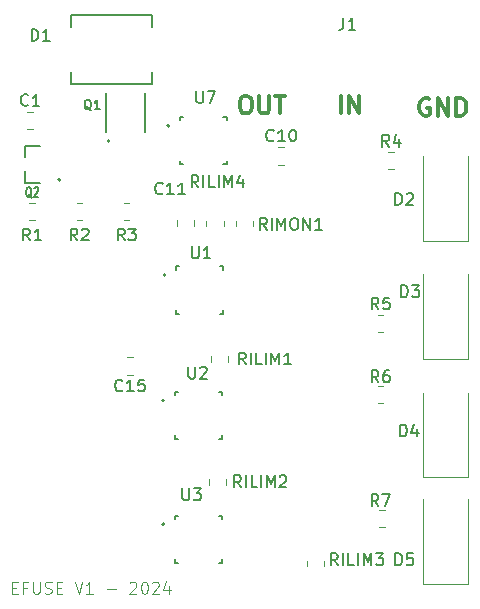
<source format=gbr>
%TF.GenerationSoftware,KiCad,Pcbnew,8.0.6*%
%TF.CreationDate,2024-11-22T22:30:10-05:00*%
%TF.ProjectId,EFUSE2024,45465553-4532-4303-9234-2e6b69636164,rev?*%
%TF.SameCoordinates,Original*%
%TF.FileFunction,Legend,Top*%
%TF.FilePolarity,Positive*%
%FSLAX46Y46*%
G04 Gerber Fmt 4.6, Leading zero omitted, Abs format (unit mm)*
G04 Created by KiCad (PCBNEW 8.0.6) date 2024-11-22 22:30:10*
%MOMM*%
%LPD*%
G01*
G04 APERTURE LIST*
%ADD10C,0.300000*%
%ADD11C,0.125000*%
%ADD12C,0.150000*%
%ADD13C,0.120000*%
%ADD14C,0.127000*%
%ADD15C,0.200000*%
G04 APERTURE END LIST*
D10*
X128140225Y-76972257D02*
X127997368Y-76900828D01*
X127997368Y-76900828D02*
X127783082Y-76900828D01*
X127783082Y-76900828D02*
X127568796Y-76972257D01*
X127568796Y-76972257D02*
X127425939Y-77115114D01*
X127425939Y-77115114D02*
X127354510Y-77257971D01*
X127354510Y-77257971D02*
X127283082Y-77543685D01*
X127283082Y-77543685D02*
X127283082Y-77757971D01*
X127283082Y-77757971D02*
X127354510Y-78043685D01*
X127354510Y-78043685D02*
X127425939Y-78186542D01*
X127425939Y-78186542D02*
X127568796Y-78329400D01*
X127568796Y-78329400D02*
X127783082Y-78400828D01*
X127783082Y-78400828D02*
X127925939Y-78400828D01*
X127925939Y-78400828D02*
X128140225Y-78329400D01*
X128140225Y-78329400D02*
X128211653Y-78257971D01*
X128211653Y-78257971D02*
X128211653Y-77757971D01*
X128211653Y-77757971D02*
X127925939Y-77757971D01*
X128854510Y-78400828D02*
X128854510Y-76900828D01*
X128854510Y-76900828D02*
X129711653Y-78400828D01*
X129711653Y-78400828D02*
X129711653Y-76900828D01*
X130425939Y-78400828D02*
X130425939Y-76900828D01*
X130425939Y-76900828D02*
X130783082Y-76900828D01*
X130783082Y-76900828D02*
X130997368Y-76972257D01*
X130997368Y-76972257D02*
X131140225Y-77115114D01*
X131140225Y-77115114D02*
X131211654Y-77257971D01*
X131211654Y-77257971D02*
X131283082Y-77543685D01*
X131283082Y-77543685D02*
X131283082Y-77757971D01*
X131283082Y-77757971D02*
X131211654Y-78043685D01*
X131211654Y-78043685D02*
X131140225Y-78186542D01*
X131140225Y-78186542D02*
X130997368Y-78329400D01*
X130997368Y-78329400D02*
X130783082Y-78400828D01*
X130783082Y-78400828D02*
X130425939Y-78400828D01*
X120654510Y-78200828D02*
X120654510Y-76700828D01*
X121368796Y-78200828D02*
X121368796Y-76700828D01*
X121368796Y-76700828D02*
X122225939Y-78200828D01*
X122225939Y-78200828D02*
X122225939Y-76700828D01*
D11*
X92820331Y-118347309D02*
X93153664Y-118347309D01*
X93296521Y-118871119D02*
X92820331Y-118871119D01*
X92820331Y-118871119D02*
X92820331Y-117871119D01*
X92820331Y-117871119D02*
X93296521Y-117871119D01*
X94058426Y-118347309D02*
X93725093Y-118347309D01*
X93725093Y-118871119D02*
X93725093Y-117871119D01*
X93725093Y-117871119D02*
X94201283Y-117871119D01*
X94582236Y-117871119D02*
X94582236Y-118680642D01*
X94582236Y-118680642D02*
X94629855Y-118775880D01*
X94629855Y-118775880D02*
X94677474Y-118823500D01*
X94677474Y-118823500D02*
X94772712Y-118871119D01*
X94772712Y-118871119D02*
X94963188Y-118871119D01*
X94963188Y-118871119D02*
X95058426Y-118823500D01*
X95058426Y-118823500D02*
X95106045Y-118775880D01*
X95106045Y-118775880D02*
X95153664Y-118680642D01*
X95153664Y-118680642D02*
X95153664Y-117871119D01*
X95582236Y-118823500D02*
X95725093Y-118871119D01*
X95725093Y-118871119D02*
X95963188Y-118871119D01*
X95963188Y-118871119D02*
X96058426Y-118823500D01*
X96058426Y-118823500D02*
X96106045Y-118775880D01*
X96106045Y-118775880D02*
X96153664Y-118680642D01*
X96153664Y-118680642D02*
X96153664Y-118585404D01*
X96153664Y-118585404D02*
X96106045Y-118490166D01*
X96106045Y-118490166D02*
X96058426Y-118442547D01*
X96058426Y-118442547D02*
X95963188Y-118394928D01*
X95963188Y-118394928D02*
X95772712Y-118347309D01*
X95772712Y-118347309D02*
X95677474Y-118299690D01*
X95677474Y-118299690D02*
X95629855Y-118252071D01*
X95629855Y-118252071D02*
X95582236Y-118156833D01*
X95582236Y-118156833D02*
X95582236Y-118061595D01*
X95582236Y-118061595D02*
X95629855Y-117966357D01*
X95629855Y-117966357D02*
X95677474Y-117918738D01*
X95677474Y-117918738D02*
X95772712Y-117871119D01*
X95772712Y-117871119D02*
X96010807Y-117871119D01*
X96010807Y-117871119D02*
X96153664Y-117918738D01*
X96582236Y-118347309D02*
X96915569Y-118347309D01*
X97058426Y-118871119D02*
X96582236Y-118871119D01*
X96582236Y-118871119D02*
X96582236Y-117871119D01*
X96582236Y-117871119D02*
X97058426Y-117871119D01*
X98106046Y-117871119D02*
X98439379Y-118871119D01*
X98439379Y-118871119D02*
X98772712Y-117871119D01*
X99629855Y-118871119D02*
X99058427Y-118871119D01*
X99344141Y-118871119D02*
X99344141Y-117871119D01*
X99344141Y-117871119D02*
X99248903Y-118013976D01*
X99248903Y-118013976D02*
X99153665Y-118109214D01*
X99153665Y-118109214D02*
X99058427Y-118156833D01*
X100820332Y-118490166D02*
X101582237Y-118490166D01*
X102772713Y-117966357D02*
X102820332Y-117918738D01*
X102820332Y-117918738D02*
X102915570Y-117871119D01*
X102915570Y-117871119D02*
X103153665Y-117871119D01*
X103153665Y-117871119D02*
X103248903Y-117918738D01*
X103248903Y-117918738D02*
X103296522Y-117966357D01*
X103296522Y-117966357D02*
X103344141Y-118061595D01*
X103344141Y-118061595D02*
X103344141Y-118156833D01*
X103344141Y-118156833D02*
X103296522Y-118299690D01*
X103296522Y-118299690D02*
X102725094Y-118871119D01*
X102725094Y-118871119D02*
X103344141Y-118871119D01*
X103963189Y-117871119D02*
X104058427Y-117871119D01*
X104058427Y-117871119D02*
X104153665Y-117918738D01*
X104153665Y-117918738D02*
X104201284Y-117966357D01*
X104201284Y-117966357D02*
X104248903Y-118061595D01*
X104248903Y-118061595D02*
X104296522Y-118252071D01*
X104296522Y-118252071D02*
X104296522Y-118490166D01*
X104296522Y-118490166D02*
X104248903Y-118680642D01*
X104248903Y-118680642D02*
X104201284Y-118775880D01*
X104201284Y-118775880D02*
X104153665Y-118823500D01*
X104153665Y-118823500D02*
X104058427Y-118871119D01*
X104058427Y-118871119D02*
X103963189Y-118871119D01*
X103963189Y-118871119D02*
X103867951Y-118823500D01*
X103867951Y-118823500D02*
X103820332Y-118775880D01*
X103820332Y-118775880D02*
X103772713Y-118680642D01*
X103772713Y-118680642D02*
X103725094Y-118490166D01*
X103725094Y-118490166D02*
X103725094Y-118252071D01*
X103725094Y-118252071D02*
X103772713Y-118061595D01*
X103772713Y-118061595D02*
X103820332Y-117966357D01*
X103820332Y-117966357D02*
X103867951Y-117918738D01*
X103867951Y-117918738D02*
X103963189Y-117871119D01*
X104677475Y-117966357D02*
X104725094Y-117918738D01*
X104725094Y-117918738D02*
X104820332Y-117871119D01*
X104820332Y-117871119D02*
X105058427Y-117871119D01*
X105058427Y-117871119D02*
X105153665Y-117918738D01*
X105153665Y-117918738D02*
X105201284Y-117966357D01*
X105201284Y-117966357D02*
X105248903Y-118061595D01*
X105248903Y-118061595D02*
X105248903Y-118156833D01*
X105248903Y-118156833D02*
X105201284Y-118299690D01*
X105201284Y-118299690D02*
X104629856Y-118871119D01*
X104629856Y-118871119D02*
X105248903Y-118871119D01*
X106106046Y-118204452D02*
X106106046Y-118871119D01*
X105867951Y-117823500D02*
X105629856Y-118537785D01*
X105629856Y-118537785D02*
X106248903Y-118537785D01*
D10*
X112440225Y-76700828D02*
X112725939Y-76700828D01*
X112725939Y-76700828D02*
X112868796Y-76772257D01*
X112868796Y-76772257D02*
X113011653Y-76915114D01*
X113011653Y-76915114D02*
X113083082Y-77200828D01*
X113083082Y-77200828D02*
X113083082Y-77700828D01*
X113083082Y-77700828D02*
X113011653Y-77986542D01*
X113011653Y-77986542D02*
X112868796Y-78129400D01*
X112868796Y-78129400D02*
X112725939Y-78200828D01*
X112725939Y-78200828D02*
X112440225Y-78200828D01*
X112440225Y-78200828D02*
X112297368Y-78129400D01*
X112297368Y-78129400D02*
X112154510Y-77986542D01*
X112154510Y-77986542D02*
X112083082Y-77700828D01*
X112083082Y-77700828D02*
X112083082Y-77200828D01*
X112083082Y-77200828D02*
X112154510Y-76915114D01*
X112154510Y-76915114D02*
X112297368Y-76772257D01*
X112297368Y-76772257D02*
X112440225Y-76700828D01*
X113725939Y-76700828D02*
X113725939Y-77915114D01*
X113725939Y-77915114D02*
X113797368Y-78057971D01*
X113797368Y-78057971D02*
X113868797Y-78129400D01*
X113868797Y-78129400D02*
X114011654Y-78200828D01*
X114011654Y-78200828D02*
X114297368Y-78200828D01*
X114297368Y-78200828D02*
X114440225Y-78129400D01*
X114440225Y-78129400D02*
X114511654Y-78057971D01*
X114511654Y-78057971D02*
X114583082Y-77915114D01*
X114583082Y-77915114D02*
X114583082Y-76700828D01*
X115083083Y-76700828D02*
X115940226Y-76700828D01*
X115511654Y-78200828D02*
X115511654Y-76700828D01*
D12*
X120866666Y-70104819D02*
X120866666Y-70819104D01*
X120866666Y-70819104D02*
X120819047Y-70961961D01*
X120819047Y-70961961D02*
X120723809Y-71057200D01*
X120723809Y-71057200D02*
X120580952Y-71104819D01*
X120580952Y-71104819D02*
X120485714Y-71104819D01*
X121866666Y-71104819D02*
X121295238Y-71104819D01*
X121580952Y-71104819D02*
X121580952Y-70104819D01*
X121580952Y-70104819D02*
X121485714Y-70247676D01*
X121485714Y-70247676D02*
X121390476Y-70342914D01*
X121390476Y-70342914D02*
X121295238Y-70390533D01*
X98333333Y-88954819D02*
X98000000Y-88478628D01*
X97761905Y-88954819D02*
X97761905Y-87954819D01*
X97761905Y-87954819D02*
X98142857Y-87954819D01*
X98142857Y-87954819D02*
X98238095Y-88002438D01*
X98238095Y-88002438D02*
X98285714Y-88050057D01*
X98285714Y-88050057D02*
X98333333Y-88145295D01*
X98333333Y-88145295D02*
X98333333Y-88288152D01*
X98333333Y-88288152D02*
X98285714Y-88383390D01*
X98285714Y-88383390D02*
X98238095Y-88431009D01*
X98238095Y-88431009D02*
X98142857Y-88478628D01*
X98142857Y-88478628D02*
X97761905Y-88478628D01*
X98714286Y-88050057D02*
X98761905Y-88002438D01*
X98761905Y-88002438D02*
X98857143Y-87954819D01*
X98857143Y-87954819D02*
X99095238Y-87954819D01*
X99095238Y-87954819D02*
X99190476Y-88002438D01*
X99190476Y-88002438D02*
X99238095Y-88050057D01*
X99238095Y-88050057D02*
X99285714Y-88145295D01*
X99285714Y-88145295D02*
X99285714Y-88240533D01*
X99285714Y-88240533D02*
X99238095Y-88383390D01*
X99238095Y-88383390D02*
X98666667Y-88954819D01*
X98666667Y-88954819D02*
X99285714Y-88954819D01*
X125261905Y-85954819D02*
X125261905Y-84954819D01*
X125261905Y-84954819D02*
X125500000Y-84954819D01*
X125500000Y-84954819D02*
X125642857Y-85002438D01*
X125642857Y-85002438D02*
X125738095Y-85097676D01*
X125738095Y-85097676D02*
X125785714Y-85192914D01*
X125785714Y-85192914D02*
X125833333Y-85383390D01*
X125833333Y-85383390D02*
X125833333Y-85526247D01*
X125833333Y-85526247D02*
X125785714Y-85716723D01*
X125785714Y-85716723D02*
X125738095Y-85811961D01*
X125738095Y-85811961D02*
X125642857Y-85907200D01*
X125642857Y-85907200D02*
X125500000Y-85954819D01*
X125500000Y-85954819D02*
X125261905Y-85954819D01*
X126214286Y-85050057D02*
X126261905Y-85002438D01*
X126261905Y-85002438D02*
X126357143Y-84954819D01*
X126357143Y-84954819D02*
X126595238Y-84954819D01*
X126595238Y-84954819D02*
X126690476Y-85002438D01*
X126690476Y-85002438D02*
X126738095Y-85050057D01*
X126738095Y-85050057D02*
X126785714Y-85145295D01*
X126785714Y-85145295D02*
X126785714Y-85240533D01*
X126785714Y-85240533D02*
X126738095Y-85383390D01*
X126738095Y-85383390D02*
X126166667Y-85954819D01*
X126166667Y-85954819D02*
X126785714Y-85954819D01*
X125261905Y-116454819D02*
X125261905Y-115454819D01*
X125261905Y-115454819D02*
X125500000Y-115454819D01*
X125500000Y-115454819D02*
X125642857Y-115502438D01*
X125642857Y-115502438D02*
X125738095Y-115597676D01*
X125738095Y-115597676D02*
X125785714Y-115692914D01*
X125785714Y-115692914D02*
X125833333Y-115883390D01*
X125833333Y-115883390D02*
X125833333Y-116026247D01*
X125833333Y-116026247D02*
X125785714Y-116216723D01*
X125785714Y-116216723D02*
X125738095Y-116311961D01*
X125738095Y-116311961D02*
X125642857Y-116407200D01*
X125642857Y-116407200D02*
X125500000Y-116454819D01*
X125500000Y-116454819D02*
X125261905Y-116454819D01*
X126738095Y-115454819D02*
X126261905Y-115454819D01*
X126261905Y-115454819D02*
X126214286Y-115931009D01*
X126214286Y-115931009D02*
X126261905Y-115883390D01*
X126261905Y-115883390D02*
X126357143Y-115835771D01*
X126357143Y-115835771D02*
X126595238Y-115835771D01*
X126595238Y-115835771D02*
X126690476Y-115883390D01*
X126690476Y-115883390D02*
X126738095Y-115931009D01*
X126738095Y-115931009D02*
X126785714Y-116026247D01*
X126785714Y-116026247D02*
X126785714Y-116264342D01*
X126785714Y-116264342D02*
X126738095Y-116359580D01*
X126738095Y-116359580D02*
X126690476Y-116407200D01*
X126690476Y-116407200D02*
X126595238Y-116454819D01*
X126595238Y-116454819D02*
X126357143Y-116454819D01*
X126357143Y-116454819D02*
X126261905Y-116407200D01*
X126261905Y-116407200D02*
X126214286Y-116359580D01*
X108580952Y-84454819D02*
X108247619Y-83978628D01*
X108009524Y-84454819D02*
X108009524Y-83454819D01*
X108009524Y-83454819D02*
X108390476Y-83454819D01*
X108390476Y-83454819D02*
X108485714Y-83502438D01*
X108485714Y-83502438D02*
X108533333Y-83550057D01*
X108533333Y-83550057D02*
X108580952Y-83645295D01*
X108580952Y-83645295D02*
X108580952Y-83788152D01*
X108580952Y-83788152D02*
X108533333Y-83883390D01*
X108533333Y-83883390D02*
X108485714Y-83931009D01*
X108485714Y-83931009D02*
X108390476Y-83978628D01*
X108390476Y-83978628D02*
X108009524Y-83978628D01*
X109009524Y-84454819D02*
X109009524Y-83454819D01*
X109961904Y-84454819D02*
X109485714Y-84454819D01*
X109485714Y-84454819D02*
X109485714Y-83454819D01*
X110295238Y-84454819D02*
X110295238Y-83454819D01*
X110771428Y-84454819D02*
X110771428Y-83454819D01*
X110771428Y-83454819D02*
X111104761Y-84169104D01*
X111104761Y-84169104D02*
X111438094Y-83454819D01*
X111438094Y-83454819D02*
X111438094Y-84454819D01*
X112342856Y-83788152D02*
X112342856Y-84454819D01*
X112104761Y-83407200D02*
X111866666Y-84121485D01*
X111866666Y-84121485D02*
X112485713Y-84121485D01*
X125761905Y-93754819D02*
X125761905Y-92754819D01*
X125761905Y-92754819D02*
X126000000Y-92754819D01*
X126000000Y-92754819D02*
X126142857Y-92802438D01*
X126142857Y-92802438D02*
X126238095Y-92897676D01*
X126238095Y-92897676D02*
X126285714Y-92992914D01*
X126285714Y-92992914D02*
X126333333Y-93183390D01*
X126333333Y-93183390D02*
X126333333Y-93326247D01*
X126333333Y-93326247D02*
X126285714Y-93516723D01*
X126285714Y-93516723D02*
X126238095Y-93611961D01*
X126238095Y-93611961D02*
X126142857Y-93707200D01*
X126142857Y-93707200D02*
X126000000Y-93754819D01*
X126000000Y-93754819D02*
X125761905Y-93754819D01*
X126666667Y-92754819D02*
X127285714Y-92754819D01*
X127285714Y-92754819D02*
X126952381Y-93135771D01*
X126952381Y-93135771D02*
X127095238Y-93135771D01*
X127095238Y-93135771D02*
X127190476Y-93183390D01*
X127190476Y-93183390D02*
X127238095Y-93231009D01*
X127238095Y-93231009D02*
X127285714Y-93326247D01*
X127285714Y-93326247D02*
X127285714Y-93564342D01*
X127285714Y-93564342D02*
X127238095Y-93659580D01*
X127238095Y-93659580D02*
X127190476Y-93707200D01*
X127190476Y-93707200D02*
X127095238Y-93754819D01*
X127095238Y-93754819D02*
X126809524Y-93754819D01*
X126809524Y-93754819D02*
X126714286Y-93707200D01*
X126714286Y-93707200D02*
X126666667Y-93659580D01*
X99523809Y-77938485D02*
X99447619Y-77900390D01*
X99447619Y-77900390D02*
X99371428Y-77824200D01*
X99371428Y-77824200D02*
X99257142Y-77709914D01*
X99257142Y-77709914D02*
X99180952Y-77671819D01*
X99180952Y-77671819D02*
X99104761Y-77671819D01*
X99142857Y-77862295D02*
X99066666Y-77824200D01*
X99066666Y-77824200D02*
X98990476Y-77748009D01*
X98990476Y-77748009D02*
X98952380Y-77595628D01*
X98952380Y-77595628D02*
X98952380Y-77328961D01*
X98952380Y-77328961D02*
X98990476Y-77176580D01*
X98990476Y-77176580D02*
X99066666Y-77100390D01*
X99066666Y-77100390D02*
X99142857Y-77062295D01*
X99142857Y-77062295D02*
X99295238Y-77062295D01*
X99295238Y-77062295D02*
X99371428Y-77100390D01*
X99371428Y-77100390D02*
X99447619Y-77176580D01*
X99447619Y-77176580D02*
X99485714Y-77328961D01*
X99485714Y-77328961D02*
X99485714Y-77595628D01*
X99485714Y-77595628D02*
X99447619Y-77748009D01*
X99447619Y-77748009D02*
X99371428Y-77824200D01*
X99371428Y-77824200D02*
X99295238Y-77862295D01*
X99295238Y-77862295D02*
X99142857Y-77862295D01*
X100247618Y-77862295D02*
X99790475Y-77862295D01*
X100019047Y-77862295D02*
X100019047Y-77062295D01*
X100019047Y-77062295D02*
X99942856Y-77176580D01*
X99942856Y-77176580D02*
X99866666Y-77252771D01*
X99866666Y-77252771D02*
X99790475Y-77290866D01*
X114376190Y-88054819D02*
X114042857Y-87578628D01*
X113804762Y-88054819D02*
X113804762Y-87054819D01*
X113804762Y-87054819D02*
X114185714Y-87054819D01*
X114185714Y-87054819D02*
X114280952Y-87102438D01*
X114280952Y-87102438D02*
X114328571Y-87150057D01*
X114328571Y-87150057D02*
X114376190Y-87245295D01*
X114376190Y-87245295D02*
X114376190Y-87388152D01*
X114376190Y-87388152D02*
X114328571Y-87483390D01*
X114328571Y-87483390D02*
X114280952Y-87531009D01*
X114280952Y-87531009D02*
X114185714Y-87578628D01*
X114185714Y-87578628D02*
X113804762Y-87578628D01*
X114804762Y-88054819D02*
X114804762Y-87054819D01*
X115280952Y-88054819D02*
X115280952Y-87054819D01*
X115280952Y-87054819D02*
X115614285Y-87769104D01*
X115614285Y-87769104D02*
X115947618Y-87054819D01*
X115947618Y-87054819D02*
X115947618Y-88054819D01*
X116614285Y-87054819D02*
X116804761Y-87054819D01*
X116804761Y-87054819D02*
X116899999Y-87102438D01*
X116899999Y-87102438D02*
X116995237Y-87197676D01*
X116995237Y-87197676D02*
X117042856Y-87388152D01*
X117042856Y-87388152D02*
X117042856Y-87721485D01*
X117042856Y-87721485D02*
X116995237Y-87911961D01*
X116995237Y-87911961D02*
X116899999Y-88007200D01*
X116899999Y-88007200D02*
X116804761Y-88054819D01*
X116804761Y-88054819D02*
X116614285Y-88054819D01*
X116614285Y-88054819D02*
X116519047Y-88007200D01*
X116519047Y-88007200D02*
X116423809Y-87911961D01*
X116423809Y-87911961D02*
X116376190Y-87721485D01*
X116376190Y-87721485D02*
X116376190Y-87388152D01*
X116376190Y-87388152D02*
X116423809Y-87197676D01*
X116423809Y-87197676D02*
X116519047Y-87102438D01*
X116519047Y-87102438D02*
X116614285Y-87054819D01*
X117471428Y-88054819D02*
X117471428Y-87054819D01*
X117471428Y-87054819D02*
X118042856Y-88054819D01*
X118042856Y-88054819D02*
X118042856Y-87054819D01*
X119042856Y-88054819D02*
X118471428Y-88054819D01*
X118757142Y-88054819D02*
X118757142Y-87054819D01*
X118757142Y-87054819D02*
X118661904Y-87197676D01*
X118661904Y-87197676D02*
X118566666Y-87292914D01*
X118566666Y-87292914D02*
X118471428Y-87340533D01*
X105557142Y-84959580D02*
X105509523Y-85007200D01*
X105509523Y-85007200D02*
X105366666Y-85054819D01*
X105366666Y-85054819D02*
X105271428Y-85054819D01*
X105271428Y-85054819D02*
X105128571Y-85007200D01*
X105128571Y-85007200D02*
X105033333Y-84911961D01*
X105033333Y-84911961D02*
X104985714Y-84816723D01*
X104985714Y-84816723D02*
X104938095Y-84626247D01*
X104938095Y-84626247D02*
X104938095Y-84483390D01*
X104938095Y-84483390D02*
X104985714Y-84292914D01*
X104985714Y-84292914D02*
X105033333Y-84197676D01*
X105033333Y-84197676D02*
X105128571Y-84102438D01*
X105128571Y-84102438D02*
X105271428Y-84054819D01*
X105271428Y-84054819D02*
X105366666Y-84054819D01*
X105366666Y-84054819D02*
X105509523Y-84102438D01*
X105509523Y-84102438D02*
X105557142Y-84150057D01*
X106509523Y-85054819D02*
X105938095Y-85054819D01*
X106223809Y-85054819D02*
X106223809Y-84054819D01*
X106223809Y-84054819D02*
X106128571Y-84197676D01*
X106128571Y-84197676D02*
X106033333Y-84292914D01*
X106033333Y-84292914D02*
X105938095Y-84340533D01*
X107461904Y-85054819D02*
X106890476Y-85054819D01*
X107176190Y-85054819D02*
X107176190Y-84054819D01*
X107176190Y-84054819D02*
X107080952Y-84197676D01*
X107080952Y-84197676D02*
X106985714Y-84292914D01*
X106985714Y-84292914D02*
X106890476Y-84340533D01*
X123833333Y-111454819D02*
X123500000Y-110978628D01*
X123261905Y-111454819D02*
X123261905Y-110454819D01*
X123261905Y-110454819D02*
X123642857Y-110454819D01*
X123642857Y-110454819D02*
X123738095Y-110502438D01*
X123738095Y-110502438D02*
X123785714Y-110550057D01*
X123785714Y-110550057D02*
X123833333Y-110645295D01*
X123833333Y-110645295D02*
X123833333Y-110788152D01*
X123833333Y-110788152D02*
X123785714Y-110883390D01*
X123785714Y-110883390D02*
X123738095Y-110931009D01*
X123738095Y-110931009D02*
X123642857Y-110978628D01*
X123642857Y-110978628D02*
X123261905Y-110978628D01*
X124166667Y-110454819D02*
X124833333Y-110454819D01*
X124833333Y-110454819D02*
X124404762Y-111454819D01*
X102157142Y-101639580D02*
X102109523Y-101687200D01*
X102109523Y-101687200D02*
X101966666Y-101734819D01*
X101966666Y-101734819D02*
X101871428Y-101734819D01*
X101871428Y-101734819D02*
X101728571Y-101687200D01*
X101728571Y-101687200D02*
X101633333Y-101591961D01*
X101633333Y-101591961D02*
X101585714Y-101496723D01*
X101585714Y-101496723D02*
X101538095Y-101306247D01*
X101538095Y-101306247D02*
X101538095Y-101163390D01*
X101538095Y-101163390D02*
X101585714Y-100972914D01*
X101585714Y-100972914D02*
X101633333Y-100877676D01*
X101633333Y-100877676D02*
X101728571Y-100782438D01*
X101728571Y-100782438D02*
X101871428Y-100734819D01*
X101871428Y-100734819D02*
X101966666Y-100734819D01*
X101966666Y-100734819D02*
X102109523Y-100782438D01*
X102109523Y-100782438D02*
X102157142Y-100830057D01*
X103109523Y-101734819D02*
X102538095Y-101734819D01*
X102823809Y-101734819D02*
X102823809Y-100734819D01*
X102823809Y-100734819D02*
X102728571Y-100877676D01*
X102728571Y-100877676D02*
X102633333Y-100972914D01*
X102633333Y-100972914D02*
X102538095Y-101020533D01*
X104014285Y-100734819D02*
X103538095Y-100734819D01*
X103538095Y-100734819D02*
X103490476Y-101211009D01*
X103490476Y-101211009D02*
X103538095Y-101163390D01*
X103538095Y-101163390D02*
X103633333Y-101115771D01*
X103633333Y-101115771D02*
X103871428Y-101115771D01*
X103871428Y-101115771D02*
X103966666Y-101163390D01*
X103966666Y-101163390D02*
X104014285Y-101211009D01*
X104014285Y-101211009D02*
X104061904Y-101306247D01*
X104061904Y-101306247D02*
X104061904Y-101544342D01*
X104061904Y-101544342D02*
X104014285Y-101639580D01*
X104014285Y-101639580D02*
X103966666Y-101687200D01*
X103966666Y-101687200D02*
X103871428Y-101734819D01*
X103871428Y-101734819D02*
X103633333Y-101734819D01*
X103633333Y-101734819D02*
X103538095Y-101687200D01*
X103538095Y-101687200D02*
X103490476Y-101639580D01*
X94170833Y-77479580D02*
X94123214Y-77527200D01*
X94123214Y-77527200D02*
X93980357Y-77574819D01*
X93980357Y-77574819D02*
X93885119Y-77574819D01*
X93885119Y-77574819D02*
X93742262Y-77527200D01*
X93742262Y-77527200D02*
X93647024Y-77431961D01*
X93647024Y-77431961D02*
X93599405Y-77336723D01*
X93599405Y-77336723D02*
X93551786Y-77146247D01*
X93551786Y-77146247D02*
X93551786Y-77003390D01*
X93551786Y-77003390D02*
X93599405Y-76812914D01*
X93599405Y-76812914D02*
X93647024Y-76717676D01*
X93647024Y-76717676D02*
X93742262Y-76622438D01*
X93742262Y-76622438D02*
X93885119Y-76574819D01*
X93885119Y-76574819D02*
X93980357Y-76574819D01*
X93980357Y-76574819D02*
X94123214Y-76622438D01*
X94123214Y-76622438D02*
X94170833Y-76670057D01*
X95123214Y-77574819D02*
X94551786Y-77574819D01*
X94837500Y-77574819D02*
X94837500Y-76574819D01*
X94837500Y-76574819D02*
X94742262Y-76717676D01*
X94742262Y-76717676D02*
X94647024Y-76812914D01*
X94647024Y-76812914D02*
X94551786Y-76860533D01*
X108413095Y-76319819D02*
X108413095Y-77129342D01*
X108413095Y-77129342D02*
X108460714Y-77224580D01*
X108460714Y-77224580D02*
X108508333Y-77272200D01*
X108508333Y-77272200D02*
X108603571Y-77319819D01*
X108603571Y-77319819D02*
X108794047Y-77319819D01*
X108794047Y-77319819D02*
X108889285Y-77272200D01*
X108889285Y-77272200D02*
X108936904Y-77224580D01*
X108936904Y-77224580D02*
X108984523Y-77129342D01*
X108984523Y-77129342D02*
X108984523Y-76319819D01*
X109365476Y-76319819D02*
X110032142Y-76319819D01*
X110032142Y-76319819D02*
X109603571Y-77319819D01*
X120380952Y-116454819D02*
X120047619Y-115978628D01*
X119809524Y-116454819D02*
X119809524Y-115454819D01*
X119809524Y-115454819D02*
X120190476Y-115454819D01*
X120190476Y-115454819D02*
X120285714Y-115502438D01*
X120285714Y-115502438D02*
X120333333Y-115550057D01*
X120333333Y-115550057D02*
X120380952Y-115645295D01*
X120380952Y-115645295D02*
X120380952Y-115788152D01*
X120380952Y-115788152D02*
X120333333Y-115883390D01*
X120333333Y-115883390D02*
X120285714Y-115931009D01*
X120285714Y-115931009D02*
X120190476Y-115978628D01*
X120190476Y-115978628D02*
X119809524Y-115978628D01*
X120809524Y-116454819D02*
X120809524Y-115454819D01*
X121761904Y-116454819D02*
X121285714Y-116454819D01*
X121285714Y-116454819D02*
X121285714Y-115454819D01*
X122095238Y-116454819D02*
X122095238Y-115454819D01*
X122571428Y-116454819D02*
X122571428Y-115454819D01*
X122571428Y-115454819D02*
X122904761Y-116169104D01*
X122904761Y-116169104D02*
X123238094Y-115454819D01*
X123238094Y-115454819D02*
X123238094Y-116454819D01*
X123619047Y-115454819D02*
X124238094Y-115454819D01*
X124238094Y-115454819D02*
X123904761Y-115835771D01*
X123904761Y-115835771D02*
X124047618Y-115835771D01*
X124047618Y-115835771D02*
X124142856Y-115883390D01*
X124142856Y-115883390D02*
X124190475Y-115931009D01*
X124190475Y-115931009D02*
X124238094Y-116026247D01*
X124238094Y-116026247D02*
X124238094Y-116264342D01*
X124238094Y-116264342D02*
X124190475Y-116359580D01*
X124190475Y-116359580D02*
X124142856Y-116407200D01*
X124142856Y-116407200D02*
X124047618Y-116454819D01*
X124047618Y-116454819D02*
X123761904Y-116454819D01*
X123761904Y-116454819D02*
X123666666Y-116407200D01*
X123666666Y-116407200D02*
X123619047Y-116359580D01*
X112580952Y-99454819D02*
X112247619Y-98978628D01*
X112009524Y-99454819D02*
X112009524Y-98454819D01*
X112009524Y-98454819D02*
X112390476Y-98454819D01*
X112390476Y-98454819D02*
X112485714Y-98502438D01*
X112485714Y-98502438D02*
X112533333Y-98550057D01*
X112533333Y-98550057D02*
X112580952Y-98645295D01*
X112580952Y-98645295D02*
X112580952Y-98788152D01*
X112580952Y-98788152D02*
X112533333Y-98883390D01*
X112533333Y-98883390D02*
X112485714Y-98931009D01*
X112485714Y-98931009D02*
X112390476Y-98978628D01*
X112390476Y-98978628D02*
X112009524Y-98978628D01*
X113009524Y-99454819D02*
X113009524Y-98454819D01*
X113961904Y-99454819D02*
X113485714Y-99454819D01*
X113485714Y-99454819D02*
X113485714Y-98454819D01*
X114295238Y-99454819D02*
X114295238Y-98454819D01*
X114771428Y-99454819D02*
X114771428Y-98454819D01*
X114771428Y-98454819D02*
X115104761Y-99169104D01*
X115104761Y-99169104D02*
X115438094Y-98454819D01*
X115438094Y-98454819D02*
X115438094Y-99454819D01*
X116438094Y-99454819D02*
X115866666Y-99454819D01*
X116152380Y-99454819D02*
X116152380Y-98454819D01*
X116152380Y-98454819D02*
X116057142Y-98597676D01*
X116057142Y-98597676D02*
X115961904Y-98692914D01*
X115961904Y-98692914D02*
X115866666Y-98740533D01*
X107738095Y-99654819D02*
X107738095Y-100464342D01*
X107738095Y-100464342D02*
X107785714Y-100559580D01*
X107785714Y-100559580D02*
X107833333Y-100607200D01*
X107833333Y-100607200D02*
X107928571Y-100654819D01*
X107928571Y-100654819D02*
X108119047Y-100654819D01*
X108119047Y-100654819D02*
X108214285Y-100607200D01*
X108214285Y-100607200D02*
X108261904Y-100559580D01*
X108261904Y-100559580D02*
X108309523Y-100464342D01*
X108309523Y-100464342D02*
X108309523Y-99654819D01*
X108738095Y-99750057D02*
X108785714Y-99702438D01*
X108785714Y-99702438D02*
X108880952Y-99654819D01*
X108880952Y-99654819D02*
X109119047Y-99654819D01*
X109119047Y-99654819D02*
X109214285Y-99702438D01*
X109214285Y-99702438D02*
X109261904Y-99750057D01*
X109261904Y-99750057D02*
X109309523Y-99845295D01*
X109309523Y-99845295D02*
X109309523Y-99940533D01*
X109309523Y-99940533D02*
X109261904Y-100083390D01*
X109261904Y-100083390D02*
X108690476Y-100654819D01*
X108690476Y-100654819D02*
X109309523Y-100654819D01*
X107238095Y-109954819D02*
X107238095Y-110764342D01*
X107238095Y-110764342D02*
X107285714Y-110859580D01*
X107285714Y-110859580D02*
X107333333Y-110907200D01*
X107333333Y-110907200D02*
X107428571Y-110954819D01*
X107428571Y-110954819D02*
X107619047Y-110954819D01*
X107619047Y-110954819D02*
X107714285Y-110907200D01*
X107714285Y-110907200D02*
X107761904Y-110859580D01*
X107761904Y-110859580D02*
X107809523Y-110764342D01*
X107809523Y-110764342D02*
X107809523Y-109954819D01*
X108190476Y-109954819D02*
X108809523Y-109954819D01*
X108809523Y-109954819D02*
X108476190Y-110335771D01*
X108476190Y-110335771D02*
X108619047Y-110335771D01*
X108619047Y-110335771D02*
X108714285Y-110383390D01*
X108714285Y-110383390D02*
X108761904Y-110431009D01*
X108761904Y-110431009D02*
X108809523Y-110526247D01*
X108809523Y-110526247D02*
X108809523Y-110764342D01*
X108809523Y-110764342D02*
X108761904Y-110859580D01*
X108761904Y-110859580D02*
X108714285Y-110907200D01*
X108714285Y-110907200D02*
X108619047Y-110954819D01*
X108619047Y-110954819D02*
X108333333Y-110954819D01*
X108333333Y-110954819D02*
X108238095Y-110907200D01*
X108238095Y-110907200D02*
X108190476Y-110859580D01*
X112180952Y-109854819D02*
X111847619Y-109378628D01*
X111609524Y-109854819D02*
X111609524Y-108854819D01*
X111609524Y-108854819D02*
X111990476Y-108854819D01*
X111990476Y-108854819D02*
X112085714Y-108902438D01*
X112085714Y-108902438D02*
X112133333Y-108950057D01*
X112133333Y-108950057D02*
X112180952Y-109045295D01*
X112180952Y-109045295D02*
X112180952Y-109188152D01*
X112180952Y-109188152D02*
X112133333Y-109283390D01*
X112133333Y-109283390D02*
X112085714Y-109331009D01*
X112085714Y-109331009D02*
X111990476Y-109378628D01*
X111990476Y-109378628D02*
X111609524Y-109378628D01*
X112609524Y-109854819D02*
X112609524Y-108854819D01*
X113561904Y-109854819D02*
X113085714Y-109854819D01*
X113085714Y-109854819D02*
X113085714Y-108854819D01*
X113895238Y-109854819D02*
X113895238Y-108854819D01*
X114371428Y-109854819D02*
X114371428Y-108854819D01*
X114371428Y-108854819D02*
X114704761Y-109569104D01*
X114704761Y-109569104D02*
X115038094Y-108854819D01*
X115038094Y-108854819D02*
X115038094Y-109854819D01*
X115466666Y-108950057D02*
X115514285Y-108902438D01*
X115514285Y-108902438D02*
X115609523Y-108854819D01*
X115609523Y-108854819D02*
X115847618Y-108854819D01*
X115847618Y-108854819D02*
X115942856Y-108902438D01*
X115942856Y-108902438D02*
X115990475Y-108950057D01*
X115990475Y-108950057D02*
X116038094Y-109045295D01*
X116038094Y-109045295D02*
X116038094Y-109140533D01*
X116038094Y-109140533D02*
X115990475Y-109283390D01*
X115990475Y-109283390D02*
X115419047Y-109854819D01*
X115419047Y-109854819D02*
X116038094Y-109854819D01*
X108038095Y-89454819D02*
X108038095Y-90264342D01*
X108038095Y-90264342D02*
X108085714Y-90359580D01*
X108085714Y-90359580D02*
X108133333Y-90407200D01*
X108133333Y-90407200D02*
X108228571Y-90454819D01*
X108228571Y-90454819D02*
X108419047Y-90454819D01*
X108419047Y-90454819D02*
X108514285Y-90407200D01*
X108514285Y-90407200D02*
X108561904Y-90359580D01*
X108561904Y-90359580D02*
X108609523Y-90264342D01*
X108609523Y-90264342D02*
X108609523Y-89454819D01*
X109609523Y-90454819D02*
X109038095Y-90454819D01*
X109323809Y-90454819D02*
X109323809Y-89454819D01*
X109323809Y-89454819D02*
X109228571Y-89597676D01*
X109228571Y-89597676D02*
X109133333Y-89692914D01*
X109133333Y-89692914D02*
X109038095Y-89740533D01*
X125661905Y-105554819D02*
X125661905Y-104554819D01*
X125661905Y-104554819D02*
X125900000Y-104554819D01*
X125900000Y-104554819D02*
X126042857Y-104602438D01*
X126042857Y-104602438D02*
X126138095Y-104697676D01*
X126138095Y-104697676D02*
X126185714Y-104792914D01*
X126185714Y-104792914D02*
X126233333Y-104983390D01*
X126233333Y-104983390D02*
X126233333Y-105126247D01*
X126233333Y-105126247D02*
X126185714Y-105316723D01*
X126185714Y-105316723D02*
X126138095Y-105411961D01*
X126138095Y-105411961D02*
X126042857Y-105507200D01*
X126042857Y-105507200D02*
X125900000Y-105554819D01*
X125900000Y-105554819D02*
X125661905Y-105554819D01*
X127090476Y-104888152D02*
X127090476Y-105554819D01*
X126852381Y-104507200D02*
X126614286Y-105221485D01*
X126614286Y-105221485D02*
X127233333Y-105221485D01*
X94333333Y-88954819D02*
X94000000Y-88478628D01*
X93761905Y-88954819D02*
X93761905Y-87954819D01*
X93761905Y-87954819D02*
X94142857Y-87954819D01*
X94142857Y-87954819D02*
X94238095Y-88002438D01*
X94238095Y-88002438D02*
X94285714Y-88050057D01*
X94285714Y-88050057D02*
X94333333Y-88145295D01*
X94333333Y-88145295D02*
X94333333Y-88288152D01*
X94333333Y-88288152D02*
X94285714Y-88383390D01*
X94285714Y-88383390D02*
X94238095Y-88431009D01*
X94238095Y-88431009D02*
X94142857Y-88478628D01*
X94142857Y-88478628D02*
X93761905Y-88478628D01*
X95285714Y-88954819D02*
X94714286Y-88954819D01*
X95000000Y-88954819D02*
X95000000Y-87954819D01*
X95000000Y-87954819D02*
X94904762Y-88097676D01*
X94904762Y-88097676D02*
X94809524Y-88192914D01*
X94809524Y-88192914D02*
X94714286Y-88240533D01*
X102333333Y-88954819D02*
X102000000Y-88478628D01*
X101761905Y-88954819D02*
X101761905Y-87954819D01*
X101761905Y-87954819D02*
X102142857Y-87954819D01*
X102142857Y-87954819D02*
X102238095Y-88002438D01*
X102238095Y-88002438D02*
X102285714Y-88050057D01*
X102285714Y-88050057D02*
X102333333Y-88145295D01*
X102333333Y-88145295D02*
X102333333Y-88288152D01*
X102333333Y-88288152D02*
X102285714Y-88383390D01*
X102285714Y-88383390D02*
X102238095Y-88431009D01*
X102238095Y-88431009D02*
X102142857Y-88478628D01*
X102142857Y-88478628D02*
X101761905Y-88478628D01*
X102666667Y-87954819D02*
X103285714Y-87954819D01*
X103285714Y-87954819D02*
X102952381Y-88335771D01*
X102952381Y-88335771D02*
X103095238Y-88335771D01*
X103095238Y-88335771D02*
X103190476Y-88383390D01*
X103190476Y-88383390D02*
X103238095Y-88431009D01*
X103238095Y-88431009D02*
X103285714Y-88526247D01*
X103285714Y-88526247D02*
X103285714Y-88764342D01*
X103285714Y-88764342D02*
X103238095Y-88859580D01*
X103238095Y-88859580D02*
X103190476Y-88907200D01*
X103190476Y-88907200D02*
X103095238Y-88954819D01*
X103095238Y-88954819D02*
X102809524Y-88954819D01*
X102809524Y-88954819D02*
X102714286Y-88907200D01*
X102714286Y-88907200D02*
X102666667Y-88859580D01*
X94461905Y-72054819D02*
X94461905Y-71054819D01*
X94461905Y-71054819D02*
X94700000Y-71054819D01*
X94700000Y-71054819D02*
X94842857Y-71102438D01*
X94842857Y-71102438D02*
X94938095Y-71197676D01*
X94938095Y-71197676D02*
X94985714Y-71292914D01*
X94985714Y-71292914D02*
X95033333Y-71483390D01*
X95033333Y-71483390D02*
X95033333Y-71626247D01*
X95033333Y-71626247D02*
X94985714Y-71816723D01*
X94985714Y-71816723D02*
X94938095Y-71911961D01*
X94938095Y-71911961D02*
X94842857Y-72007200D01*
X94842857Y-72007200D02*
X94700000Y-72054819D01*
X94700000Y-72054819D02*
X94461905Y-72054819D01*
X95985714Y-72054819D02*
X95414286Y-72054819D01*
X95700000Y-72054819D02*
X95700000Y-71054819D01*
X95700000Y-71054819D02*
X95604762Y-71197676D01*
X95604762Y-71197676D02*
X95509524Y-71292914D01*
X95509524Y-71292914D02*
X95414286Y-71340533D01*
X123833333Y-100967319D02*
X123500000Y-100491128D01*
X123261905Y-100967319D02*
X123261905Y-99967319D01*
X123261905Y-99967319D02*
X123642857Y-99967319D01*
X123642857Y-99967319D02*
X123738095Y-100014938D01*
X123738095Y-100014938D02*
X123785714Y-100062557D01*
X123785714Y-100062557D02*
X123833333Y-100157795D01*
X123833333Y-100157795D02*
X123833333Y-100300652D01*
X123833333Y-100300652D02*
X123785714Y-100395890D01*
X123785714Y-100395890D02*
X123738095Y-100443509D01*
X123738095Y-100443509D02*
X123642857Y-100491128D01*
X123642857Y-100491128D02*
X123261905Y-100491128D01*
X124690476Y-99967319D02*
X124500000Y-99967319D01*
X124500000Y-99967319D02*
X124404762Y-100014938D01*
X124404762Y-100014938D02*
X124357143Y-100062557D01*
X124357143Y-100062557D02*
X124261905Y-100205414D01*
X124261905Y-100205414D02*
X124214286Y-100395890D01*
X124214286Y-100395890D02*
X124214286Y-100776842D01*
X124214286Y-100776842D02*
X124261905Y-100872080D01*
X124261905Y-100872080D02*
X124309524Y-100919700D01*
X124309524Y-100919700D02*
X124404762Y-100967319D01*
X124404762Y-100967319D02*
X124595238Y-100967319D01*
X124595238Y-100967319D02*
X124690476Y-100919700D01*
X124690476Y-100919700D02*
X124738095Y-100872080D01*
X124738095Y-100872080D02*
X124785714Y-100776842D01*
X124785714Y-100776842D02*
X124785714Y-100538747D01*
X124785714Y-100538747D02*
X124738095Y-100443509D01*
X124738095Y-100443509D02*
X124690476Y-100395890D01*
X124690476Y-100395890D02*
X124595238Y-100348271D01*
X124595238Y-100348271D02*
X124404762Y-100348271D01*
X124404762Y-100348271D02*
X124309524Y-100395890D01*
X124309524Y-100395890D02*
X124261905Y-100443509D01*
X124261905Y-100443509D02*
X124214286Y-100538747D01*
X114957142Y-80479580D02*
X114909523Y-80527200D01*
X114909523Y-80527200D02*
X114766666Y-80574819D01*
X114766666Y-80574819D02*
X114671428Y-80574819D01*
X114671428Y-80574819D02*
X114528571Y-80527200D01*
X114528571Y-80527200D02*
X114433333Y-80431961D01*
X114433333Y-80431961D02*
X114385714Y-80336723D01*
X114385714Y-80336723D02*
X114338095Y-80146247D01*
X114338095Y-80146247D02*
X114338095Y-80003390D01*
X114338095Y-80003390D02*
X114385714Y-79812914D01*
X114385714Y-79812914D02*
X114433333Y-79717676D01*
X114433333Y-79717676D02*
X114528571Y-79622438D01*
X114528571Y-79622438D02*
X114671428Y-79574819D01*
X114671428Y-79574819D02*
X114766666Y-79574819D01*
X114766666Y-79574819D02*
X114909523Y-79622438D01*
X114909523Y-79622438D02*
X114957142Y-79670057D01*
X115909523Y-80574819D02*
X115338095Y-80574819D01*
X115623809Y-80574819D02*
X115623809Y-79574819D01*
X115623809Y-79574819D02*
X115528571Y-79717676D01*
X115528571Y-79717676D02*
X115433333Y-79812914D01*
X115433333Y-79812914D02*
X115338095Y-79860533D01*
X116528571Y-79574819D02*
X116623809Y-79574819D01*
X116623809Y-79574819D02*
X116719047Y-79622438D01*
X116719047Y-79622438D02*
X116766666Y-79670057D01*
X116766666Y-79670057D02*
X116814285Y-79765295D01*
X116814285Y-79765295D02*
X116861904Y-79955771D01*
X116861904Y-79955771D02*
X116861904Y-80193866D01*
X116861904Y-80193866D02*
X116814285Y-80384342D01*
X116814285Y-80384342D02*
X116766666Y-80479580D01*
X116766666Y-80479580D02*
X116719047Y-80527200D01*
X116719047Y-80527200D02*
X116623809Y-80574819D01*
X116623809Y-80574819D02*
X116528571Y-80574819D01*
X116528571Y-80574819D02*
X116433333Y-80527200D01*
X116433333Y-80527200D02*
X116385714Y-80479580D01*
X116385714Y-80479580D02*
X116338095Y-80384342D01*
X116338095Y-80384342D02*
X116290476Y-80193866D01*
X116290476Y-80193866D02*
X116290476Y-79955771D01*
X116290476Y-79955771D02*
X116338095Y-79765295D01*
X116338095Y-79765295D02*
X116385714Y-79670057D01*
X116385714Y-79670057D02*
X116433333Y-79622438D01*
X116433333Y-79622438D02*
X116528571Y-79574819D01*
X123833333Y-94804819D02*
X123500000Y-94328628D01*
X123261905Y-94804819D02*
X123261905Y-93804819D01*
X123261905Y-93804819D02*
X123642857Y-93804819D01*
X123642857Y-93804819D02*
X123738095Y-93852438D01*
X123738095Y-93852438D02*
X123785714Y-93900057D01*
X123785714Y-93900057D02*
X123833333Y-93995295D01*
X123833333Y-93995295D02*
X123833333Y-94138152D01*
X123833333Y-94138152D02*
X123785714Y-94233390D01*
X123785714Y-94233390D02*
X123738095Y-94281009D01*
X123738095Y-94281009D02*
X123642857Y-94328628D01*
X123642857Y-94328628D02*
X123261905Y-94328628D01*
X124738095Y-93804819D02*
X124261905Y-93804819D01*
X124261905Y-93804819D02*
X124214286Y-94281009D01*
X124214286Y-94281009D02*
X124261905Y-94233390D01*
X124261905Y-94233390D02*
X124357143Y-94185771D01*
X124357143Y-94185771D02*
X124595238Y-94185771D01*
X124595238Y-94185771D02*
X124690476Y-94233390D01*
X124690476Y-94233390D02*
X124738095Y-94281009D01*
X124738095Y-94281009D02*
X124785714Y-94376247D01*
X124785714Y-94376247D02*
X124785714Y-94614342D01*
X124785714Y-94614342D02*
X124738095Y-94709580D01*
X124738095Y-94709580D02*
X124690476Y-94757200D01*
X124690476Y-94757200D02*
X124595238Y-94804819D01*
X124595238Y-94804819D02*
X124357143Y-94804819D01*
X124357143Y-94804819D02*
X124261905Y-94757200D01*
X124261905Y-94757200D02*
X124214286Y-94709580D01*
X94467047Y-85344885D02*
X94406095Y-85306790D01*
X94406095Y-85306790D02*
X94345142Y-85230600D01*
X94345142Y-85230600D02*
X94253714Y-85116314D01*
X94253714Y-85116314D02*
X94192761Y-85078219D01*
X94192761Y-85078219D02*
X94131809Y-85078219D01*
X94162285Y-85268695D02*
X94101333Y-85230600D01*
X94101333Y-85230600D02*
X94040380Y-85154409D01*
X94040380Y-85154409D02*
X94009904Y-85002028D01*
X94009904Y-85002028D02*
X94009904Y-84735361D01*
X94009904Y-84735361D02*
X94040380Y-84582980D01*
X94040380Y-84582980D02*
X94101333Y-84506790D01*
X94101333Y-84506790D02*
X94162285Y-84468695D01*
X94162285Y-84468695D02*
X94284190Y-84468695D01*
X94284190Y-84468695D02*
X94345142Y-84506790D01*
X94345142Y-84506790D02*
X94406095Y-84582980D01*
X94406095Y-84582980D02*
X94436571Y-84735361D01*
X94436571Y-84735361D02*
X94436571Y-85002028D01*
X94436571Y-85002028D02*
X94406095Y-85154409D01*
X94406095Y-85154409D02*
X94345142Y-85230600D01*
X94345142Y-85230600D02*
X94284190Y-85268695D01*
X94284190Y-85268695D02*
X94162285Y-85268695D01*
X94680380Y-84544885D02*
X94710856Y-84506790D01*
X94710856Y-84506790D02*
X94771809Y-84468695D01*
X94771809Y-84468695D02*
X94924190Y-84468695D01*
X94924190Y-84468695D02*
X94985142Y-84506790D01*
X94985142Y-84506790D02*
X95015618Y-84544885D01*
X95015618Y-84544885D02*
X95046095Y-84621076D01*
X95046095Y-84621076D02*
X95046095Y-84697266D01*
X95046095Y-84697266D02*
X95015618Y-84811552D01*
X95015618Y-84811552D02*
X94649904Y-85268695D01*
X94649904Y-85268695D02*
X95046095Y-85268695D01*
X124733333Y-81004819D02*
X124400000Y-80528628D01*
X124161905Y-81004819D02*
X124161905Y-80004819D01*
X124161905Y-80004819D02*
X124542857Y-80004819D01*
X124542857Y-80004819D02*
X124638095Y-80052438D01*
X124638095Y-80052438D02*
X124685714Y-80100057D01*
X124685714Y-80100057D02*
X124733333Y-80195295D01*
X124733333Y-80195295D02*
X124733333Y-80338152D01*
X124733333Y-80338152D02*
X124685714Y-80433390D01*
X124685714Y-80433390D02*
X124638095Y-80481009D01*
X124638095Y-80481009D02*
X124542857Y-80528628D01*
X124542857Y-80528628D02*
X124161905Y-80528628D01*
X125590476Y-80338152D02*
X125590476Y-81004819D01*
X125352381Y-79957200D02*
X125114286Y-80671485D01*
X125114286Y-80671485D02*
X125733333Y-80671485D01*
D13*
%TO.C,R2*%
X98272936Y-85765000D02*
X98727064Y-85765000D01*
X98272936Y-87235000D02*
X98727064Y-87235000D01*
%TO.C,D2*%
X127565000Y-81837500D02*
X127565000Y-88997500D01*
X127565000Y-88997500D02*
X131435000Y-88997500D01*
X131435000Y-88997500D02*
X131435000Y-81837500D01*
%TO.C,D5*%
X127565000Y-110862500D02*
X127565000Y-118022500D01*
X127565000Y-118022500D02*
X131435000Y-118022500D01*
X131435000Y-118022500D02*
X131435000Y-110862500D01*
%TO.C,RILIM4*%
X109265000Y-87727064D02*
X109265000Y-87272936D01*
X110735000Y-87727064D02*
X110735000Y-87272936D01*
%TO.C,D3*%
X127565000Y-91837500D02*
X127565000Y-98997500D01*
X127565000Y-98997500D02*
X131435000Y-98997500D01*
X131435000Y-98997500D02*
X131435000Y-91837500D01*
D14*
%TO.C,Q1*%
X100725000Y-79815000D02*
X100725000Y-76515000D01*
X104025000Y-79815000D02*
X104025000Y-76515000D01*
D15*
X101075000Y-80515000D02*
G75*
G02*
X100875000Y-80515000I-100000J0D01*
G01*
X100875000Y-80515000D02*
G75*
G02*
X101075000Y-80515000I100000J0D01*
G01*
D13*
%TO.C,RIMON1*%
X111765000Y-87272936D02*
X111765000Y-87727064D01*
X113235000Y-87272936D02*
X113235000Y-87727064D01*
%TO.C,C11*%
X106765000Y-87201248D02*
X106765000Y-87723752D01*
X108235000Y-87201248D02*
X108235000Y-87723752D01*
%TO.C,R7*%
X123892936Y-111790000D02*
X124347064Y-111790000D01*
X123892936Y-113260000D02*
X124347064Y-113260000D01*
%TO.C,C15*%
X103061252Y-98865000D02*
X102538748Y-98865000D01*
X103061252Y-100335000D02*
X102538748Y-100335000D01*
%TO.C,C1*%
X94076248Y-78065000D02*
X94598752Y-78065000D01*
X94076248Y-79535000D02*
X94598752Y-79535000D01*
D14*
%TO.C,U7*%
X107000000Y-78500000D02*
X107000000Y-78795000D01*
X107000000Y-78500000D02*
X107295000Y-78500000D01*
X107000000Y-82500000D02*
X107000000Y-82205000D01*
X107000000Y-82500000D02*
X107295000Y-82500000D01*
X111000000Y-78500000D02*
X110705000Y-78500000D01*
X111000000Y-78500000D02*
X111000000Y-78795000D01*
X111000000Y-82500000D02*
X110705000Y-82500000D01*
X111000000Y-82500000D02*
X111000000Y-82205000D01*
D15*
X106125000Y-79250000D02*
G75*
G02*
X105925000Y-79250000I-100000J0D01*
G01*
X105925000Y-79250000D02*
G75*
G02*
X106125000Y-79250000I100000J0D01*
G01*
D13*
%TO.C,RILIM3*%
X117765000Y-116072936D02*
X117765000Y-116527064D01*
X119235000Y-116072936D02*
X119235000Y-116527064D01*
%TO.C,RILIM1*%
X109665000Y-99227064D02*
X109665000Y-98772936D01*
X111135000Y-99227064D02*
X111135000Y-98772936D01*
D14*
%TO.C,U2*%
X106587500Y-101762500D02*
X106587500Y-102057500D01*
X106587500Y-101762500D02*
X106882500Y-101762500D01*
X106587500Y-105762500D02*
X106587500Y-105467500D01*
X106587500Y-105762500D02*
X106882500Y-105762500D01*
X110587500Y-101762500D02*
X110292500Y-101762500D01*
X110587500Y-101762500D02*
X110587500Y-102057500D01*
X110587500Y-105762500D02*
X110292500Y-105762500D01*
X110587500Y-105762500D02*
X110587500Y-105467500D01*
D15*
X105712500Y-102512500D02*
G75*
G02*
X105512500Y-102512500I-100000J0D01*
G01*
X105512500Y-102512500D02*
G75*
G02*
X105712500Y-102512500I100000J0D01*
G01*
D14*
%TO.C,U3*%
X106587500Y-112250000D02*
X106587500Y-112545000D01*
X106587500Y-112250000D02*
X106882500Y-112250000D01*
X106587500Y-116250000D02*
X106587500Y-115955000D01*
X106587500Y-116250000D02*
X106882500Y-116250000D01*
X110587500Y-112250000D02*
X110292500Y-112250000D01*
X110587500Y-112250000D02*
X110587500Y-112545000D01*
X110587500Y-116250000D02*
X110292500Y-116250000D01*
X110587500Y-116250000D02*
X110587500Y-115955000D01*
D15*
X105712500Y-113000000D02*
G75*
G02*
X105512500Y-113000000I-100000J0D01*
G01*
X105512500Y-113000000D02*
G75*
G02*
X105712500Y-113000000I100000J0D01*
G01*
D13*
%TO.C,RILIM2*%
X109465000Y-109627064D02*
X109465000Y-109172936D01*
X110935000Y-109627064D02*
X110935000Y-109172936D01*
D14*
%TO.C,U1*%
X106687500Y-91150000D02*
X106687500Y-91445000D01*
X106687500Y-91150000D02*
X106982500Y-91150000D01*
X106687500Y-95150000D02*
X106687500Y-94855000D01*
X106687500Y-95150000D02*
X106982500Y-95150000D01*
X110687500Y-91150000D02*
X110392500Y-91150000D01*
X110687500Y-91150000D02*
X110687500Y-91445000D01*
X110687500Y-95150000D02*
X110392500Y-95150000D01*
X110687500Y-95150000D02*
X110687500Y-94855000D01*
D15*
X105812500Y-91900000D02*
G75*
G02*
X105612500Y-91900000I-100000J0D01*
G01*
X105612500Y-91900000D02*
G75*
G02*
X105812500Y-91900000I100000J0D01*
G01*
D13*
%TO.C,D4*%
X127565000Y-101850000D02*
X127565000Y-109010000D01*
X127565000Y-109010000D02*
X131435000Y-109010000D01*
X131435000Y-109010000D02*
X131435000Y-101850000D01*
%TO.C,R1*%
X94272936Y-85765000D02*
X94727064Y-85765000D01*
X94272936Y-87235000D02*
X94727064Y-87235000D01*
%TO.C,R3*%
X102272936Y-85765000D02*
X102727064Y-85765000D01*
X102272936Y-87235000D02*
X102727064Y-87235000D01*
D14*
%TO.C,D1*%
X97802500Y-69847500D02*
X97802500Y-70920000D01*
X97802500Y-75752500D02*
X97802500Y-74680000D01*
X97802500Y-75752500D02*
X104657500Y-75752500D01*
X104657500Y-69847500D02*
X97802500Y-69847500D01*
X104657500Y-70920000D02*
X104657500Y-69847500D01*
X104657500Y-75752500D02*
X104657500Y-74680000D01*
D13*
%TO.C,R6*%
X123772936Y-101277500D02*
X124227064Y-101277500D01*
X123772936Y-102747500D02*
X124227064Y-102747500D01*
%TO.C,C10*%
X115338748Y-81065000D02*
X115861252Y-81065000D01*
X115338748Y-82535000D02*
X115861252Y-82535000D01*
%TO.C,R5*%
X123772936Y-95265000D02*
X124227064Y-95265000D01*
X123772936Y-96735000D02*
X124227064Y-96735000D01*
D14*
%TO.C,Q2*%
X93910000Y-80930000D02*
X93910000Y-81880000D01*
X93910000Y-84070000D02*
X93910000Y-83120000D01*
X95210000Y-80930000D02*
X93910000Y-80930000D01*
X95210000Y-84070000D02*
X93910000Y-84070000D01*
D15*
X96910000Y-83800000D02*
G75*
G02*
X96710000Y-83800000I-100000J0D01*
G01*
X96710000Y-83800000D02*
G75*
G02*
X96910000Y-83800000I100000J0D01*
G01*
D13*
%TO.C,R4*%
X124672936Y-81465000D02*
X125127064Y-81465000D01*
X124672936Y-82935000D02*
X125127064Y-82935000D01*
%TD*%
M02*

</source>
